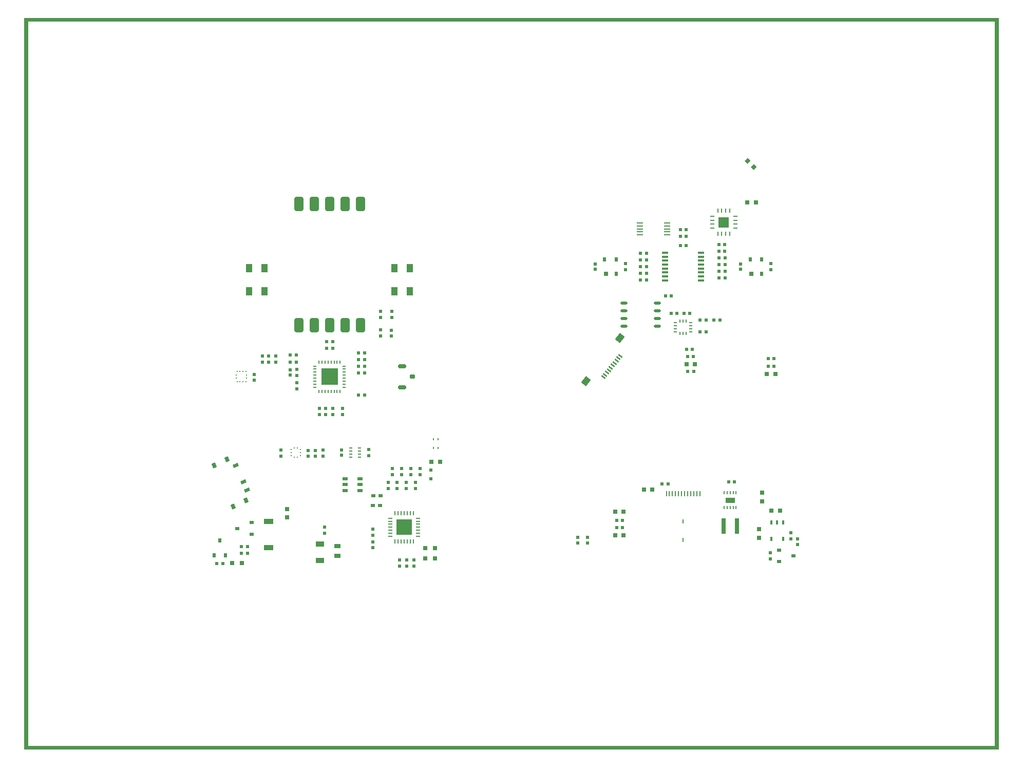
<source format=gbr>
%FSTAX23Y23*%
%MOIN*%
%SFA1B1*%

%IPPOS*%
%AMD48*
4,1,8,-0.026800,0.006300,-0.026800,-0.006300,-0.020500,-0.012600,0.020500,-0.012600,0.026800,-0.006300,0.026800,0.006300,0.020500,0.012600,-0.020500,0.012600,-0.026800,0.006300,0.0*
1,1,0.012592,-0.020500,0.006300*
1,1,0.012592,-0.020500,-0.006300*
1,1,0.012592,0.020500,-0.006300*
1,1,0.012592,0.020500,0.006300*
%
%AMD49*
4,1,8,0.017300,-0.006300,0.017300,0.006300,0.011000,0.012600,-0.011000,0.012600,-0.017300,0.006300,-0.017300,-0.006300,-0.011000,-0.012600,0.011000,-0.012600,0.017300,-0.006300,0.0*
1,1,0.012592,0.011000,-0.006300*
1,1,0.012592,0.011000,0.006300*
1,1,0.012592,-0.011000,0.006300*
1,1,0.012592,-0.011000,-0.006300*
%
%AMD59*
4,1,4,-0.020300,0.002700,-0.011000,-0.017300,0.020300,-0.002700,0.011000,0.017300,-0.020300,0.002700,0.0*
%
%AMD60*
4,1,4,-0.018100,0.008900,-0.004800,-0.019600,0.018100,-0.008900,0.004800,0.019600,-0.018100,0.008900,0.0*
%
%AMD73*
4,1,8,0.015000,0.047200,-0.015000,0.047200,-0.029900,0.032300,-0.029900,-0.032300,-0.015000,-0.047200,0.015000,-0.047200,0.029900,-0.032300,0.029900,0.032300,0.015000,0.047200,0.0*
1,1,0.029920,0.015000,0.032300*
1,1,0.029920,-0.015000,0.032300*
1,1,0.029920,-0.015000,-0.032300*
1,1,0.029920,0.015000,-0.032300*
%
%AMD120*
4,1,4,-0.001100,-0.018900,0.018900,0.001100,0.001100,0.018900,-0.018900,-0.001100,-0.001100,-0.018900,0.0*
%
%AMD121*
4,1,4,0.009400,-0.013500,0.015200,-0.006100,-0.009400,0.013500,-0.015200,0.006100,0.009400,-0.013500,0.0*
%
%AMD122*
4,1,4,-0.000200,-0.033000,0.032100,0.007600,0.000200,0.033000,-0.032100,-0.007600,-0.000200,-0.033000,0.0*
%
%ADD14R,0.023620X0.023620*%
%ADD19R,0.025200X0.025200*%
G04~CAMADD=48~8~0.0~0.0~252.0~535.4~63.0~0.0~15~0.0~0.0~0.0~0.0~0~0.0~0.0~0.0~0.0~0~0.0~0.0~0.0~90.0~536.0~252.0*
%ADD48D48*%
G04~CAMADD=49~8~0.0~0.0~252.0~346.5~63.0~0.0~15~0.0~0.0~0.0~0.0~0~0.0~0.0~0.0~0.0~0~0.0~0.0~0.0~270.0~346.0~251.0*
%ADD49D49*%
%ADD50R,0.018896X0.018896*%
%ADD51R,0.018896X0.031496*%
%ADD52R,0.034648X0.018896*%
%ADD53R,0.008664X0.007872*%
%ADD54R,0.007872X0.008664*%
%ADD55R,0.020160X0.020160*%
%ADD56R,0.025200X0.018896*%
%ADD57R,0.031496X0.018896*%
%ADD58R,0.061416X0.034648*%
G04~CAMADD=59~9~0.0~0.0~220.5~346.5~0.0~0.0~0~0.0~0.0~0.0~0.0~0~0.0~0.0~0.0~0.0~0~0.0~0.0~0.0~115.0~406.0~345.0*
%ADD59D59*%
G04~CAMADD=60~9~0.0~0.0~315.0~252.0~0.0~0.0~0~0.0~0.0~0.0~0.0~0~0.0~0.0~0.0~0.0~0~0.0~0.0~0.0~115.0~362.0~391.0*
%ADD60D60*%
%ADD61R,0.028344X0.025200*%
%ADD62R,0.040944X0.031496*%
%ADD63R,0.053544X0.034648*%
%ADD64R,0.108664X0.108664*%
%ADD65R,0.102360X0.102360*%
%ADD66O,0.007872X0.031496*%
%ADD67O,0.031496X0.007872*%
%ADD68R,0.040000X0.056064*%
%ADD69R,0.025200X0.028344*%
%ADD70R,0.022048X0.023624*%
%ADD71R,0.009448X0.015744*%
%ADD72R,0.018896X0.007872*%
G04~CAMADD=73~8~0.0~0.0~598.4~944.9~149.6~0.0~15~0.0~0.0~0.0~0.0~0~0.0~0.0~0.0~0.0~0~0.0~0.0~0.0~0.0~598.4~944.9*
%ADD73D73*%
%ADD74R,0.007872X0.022048*%
%ADD75R,0.022048X0.007872*%
%ADD76R,0.006296X0.031496*%
%ADD77R,0.009448X0.037792*%
%ADD78R,0.062992X0.034328*%
%ADD79R,0.007872X0.023624*%
%ADD80R,0.031496X0.100784*%
%ADD81R,0.015744X0.031496*%
%ADD83O,0.045672X0.018896*%
%ADD84R,0.021256X0.007872*%
%ADD85R,0.007872X0.021256*%
%ADD86O,0.026776X0.009448*%
%ADD88O,0.009448X0.026776*%
%ADD92O,0.042520X0.009448*%
%ADD118R,0.031496X0.031496*%
%ADD119O,0.044096X0.014176*%
G04~CAMADD=120~9~0.0~0.0~283.4~252.0~0.0~0.0~0~0.0~0.0~0.0~0.0~0~0.0~0.0~0.0~0.0~0~0.0~0.0~0.0~225.0~378.0~377.0*
%ADD120D120*%
G04~CAMADD=121~9~0.0~0.0~94.5~315.0~0.0~0.0~0~0.0~0.0~0.0~0.0~0~0.0~0.0~0.0~0.0~0~0.0~0.0~0.0~231.5~304.0~269.0*
%ADD121D121*%
G04~CAMADD=122~9~0.0~0.0~519.7~409.4~0.0~0.0~0~0.0~0.0~0.0~0.0~0~0.0~0.0~0.0~0.0~0~0.0~0.0~0.0~231.5~642.0~659.0*
%ADD122D122*%
%ADD123R,0.069288X0.069288*%
%LN00400-28669-1yya-1*%
%LPD*%
G54D14*
X0Y0D02*
Y04723D01*
X063*
Y0*
X0*
G54D48*
X02441Y02341D03*
Y02475D03*
G54D49*
X02506Y02408D03*
G54D50*
X01237Y01196D03*
X01276D03*
X01752Y02503D03*
X01713D03*
X01752Y0255D03*
X01713D03*
X01949Y02593D03*
X01989D03*
X01949Y02637D03*
X01989D03*
X02158Y02519D03*
X02197D03*
X02158Y0229D03*
X02197D03*
X01398Y01306D03*
X01437D03*
X01398Y01263D03*
X01437D03*
X02158Y02432D03*
X02197D03*
X02158Y02475D03*
X02197D03*
X02158Y02562D03*
X02197D03*
G54D51*
X01219Y01251D03*
X01294D03*
X01256Y01345D03*
G54D52*
X02166Y01745D03*
Y01708D03*
Y0167D03*
X02071D03*
Y01708D03*
Y01745D03*
G54D50*
X01902Y02204D03*
Y02164D03*
X02375Y02834D03*
Y02794D03*
X01945Y02164D03*
Y02204D03*
X01619Y02542D03*
Y02503D03*
X01756Y0233D03*
Y02369D03*
X01989Y02204D03*
Y02164D03*
X02408Y01723D03*
Y01684D03*
X01937Y01393D03*
Y01432D03*
X01757Y02456D03*
Y02416D03*
X02516Y0118D03*
Y01219D03*
X02469Y0118D03*
Y01219D03*
X02422D03*
Y0118D03*
X02249Y01381D03*
Y0142D03*
Y01337D03*
Y01298D03*
X02052Y02164D03*
Y02204D03*
X01926Y01932D03*
Y01893D03*
X023Y02794D03*
Y02834D03*
Y02712D03*
Y02672D03*
X02225Y01936D03*
Y01896D03*
X01654Y01893D03*
Y01932D03*
X01532Y02542D03*
Y02503D03*
X01575Y02542D03*
Y02503D03*
X02349Y01723D03*
Y01684D03*
X02378Y01812D03*
Y01773D03*
X02437Y01812D03*
Y01773D03*
X02467Y01723D03*
Y01684D03*
X02497Y01812D03*
Y01773D03*
X02526Y01684D03*
Y01723D03*
X02556Y01812D03*
Y01773D03*
G54D53*
X01431Y02399D03*
Y02418D03*
X01365Y02399D03*
Y02418D03*
G54D54*
X01428Y02442D03*
X01369D03*
X01388D03*
X01408D03*
X01428Y02375D03*
X01369D03*
X01388D03*
X01408D03*
G54D55*
X02371Y0271D03*
Y02674D03*
X01481Y02423D03*
Y02386D03*
X01713Y02454D03*
Y02418D03*
X02048Y01898D03*
Y01934D03*
X01831Y01894D03*
Y0193D03*
X01878Y01894D03*
Y0193D03*
G54D56*
X0225Y01572D03*
X02298D03*
X023Y01637D03*
X02252D03*
G54D57*
X01369Y01424D03*
X01463Y01462D03*
Y01387D03*
G54D58*
X01575Y01469D03*
Y013D03*
G54D59*
X01434Y01673D03*
X01409Y01727D03*
X01359Y01834D03*
G54D60*
X01302Y01872D03*
X0122Y01834D03*
X01427Y01605D03*
X01345Y01566D03*
G54D61*
X01693Y01495D03*
Y0155D03*
G54D62*
X0202Y01247D03*
Y0131D03*
G54D63*
X01906Y01324D03*
Y01217D03*
G54D19*
X01336Y01198D03*
X01401D03*
G54D64*
X01969Y02408D03*
G54D65*
X02453Y01432D03*
G54D66*
X02394Y01524D03*
X02414D03*
X02434D03*
X02453D03*
X02473D03*
X02493D03*
X02512D03*
Y0134D03*
X02493D03*
X02473D03*
X02453D03*
X02434D03*
X02414D03*
X02394D03*
G54D67*
X02545Y01491D03*
Y01471D03*
Y01452D03*
Y01432D03*
Y01412D03*
Y01393D03*
Y01373D03*
X02362D03*
Y01393D03*
Y01412D03*
Y01432D03*
Y01452D03*
Y01471D03*
Y01491D03*
G54D68*
X02391Y03113D03*
X02491D03*
Y02963D03*
X02391D03*
X01447Y03113D03*
X01547D03*
Y02963D03*
X01447D03*
G54D69*
X02686Y01857D03*
X0263D03*
G54D70*
X02626Y01803D03*
Y01746D03*
G54D71*
X02674Y02002D03*
Y01947D03*
X02642D03*
Y02002D03*
G54D72*
X02107Y01946D03*
Y01926D03*
Y01906D03*
Y01887D03*
X02162Y01946D03*
Y01926D03*
Y01906D03*
Y01887D03*
G54D53*
X0178Y01897D03*
Y01916D03*
Y01936D03*
X0172Y01897D03*
Y01916D03*
X0172Y01936D03*
G54D54*
X0176Y01886D03*
X0174D03*
Y01946D03*
X0176D03*
G54D73*
X01869Y0353D03*
X01969D03*
X01769D03*
X02069D03*
X02169D03*
X02069Y02743D03*
X01969D03*
X02169D03*
X01869D03*
X01769D03*
G54D74*
X019Y02503D03*
X0192D03*
X01939D03*
X01959D03*
X01979D03*
X01999D03*
X02018D03*
X02038D03*
Y02314D03*
X02018D03*
X01999D03*
X01979D03*
X01959D03*
X01939D03*
X0192D03*
X019D03*
G54D75*
X02063Y02477D03*
Y02458D03*
Y02438D03*
Y02418D03*
Y02399D03*
Y02379D03*
Y02359D03*
Y02339D03*
X01875D03*
Y02359D03*
Y02379D03*
Y02399D03*
Y02418D03*
Y02438D03*
Y02458D03*
Y02477D03*
G54D19*
X02591Y01295D03*
Y0123D03*
X02654Y01295D03*
Y0123D03*
G54D50*
X04166Y01714D03*
X04126D03*
X04496Y03135D03*
X04536D03*
X04028Y0321D03*
X03988D03*
X04504Y02777D03*
X04465D03*
X04414D03*
X04374D03*
X04414Y02698D03*
X04374D03*
X04333Y02442D03*
X04293D03*
X03988Y03166D03*
X04028D03*
X03988Y03123D03*
X04028D03*
X04496Y03048D03*
X04536D03*
X03988Y0308D03*
X04028D03*
X04536Y03178D03*
X04496D03*
X04536Y03092D03*
X04496D03*
X04028Y03037D03*
X03988D03*
G54D51*
X03829Y03076D03*
Y0317D03*
X03754D03*
X04774Y03076D03*
Y0317D03*
X04699D03*
G54D50*
X05008Y01357D03*
Y01318D03*
X04831Y01265D03*
Y01226D03*
X04965Y01397D03*
Y01357D03*
X0389Y03143D03*
Y03103D03*
X04835Y03143D03*
Y03103D03*
X03642Y01328D03*
Y01367D03*
X03579Y01328D03*
Y01367D03*
G54D55*
X03693Y03141D03*
Y03105D03*
X04638Y03141D03*
Y03105D03*
G54D57*
X04886Y01283D03*
Y01208D03*
X04981Y01245D03*
G54D61*
X04776Y016D03*
Y01655D03*
X04756Y01363D03*
Y01418D03*
G54D69*
X04736Y0354D03*
X04681D03*
X04862Y02426D03*
X04807D03*
X04065Y01676D03*
X0401D03*
X04837Y01539D03*
X04892D03*
X03878Y01533D03*
X03823D03*
X03878Y01379D03*
X03823D03*
X04286Y02489D03*
X04341D03*
G54D76*
X04264Y01348D03*
Y0147D03*
G54D77*
X04372Y0165D03*
X04353D03*
X04333D03*
X04313D03*
X04294D03*
X04274D03*
X04254D03*
X04234D03*
X04215D03*
X04195D03*
X04175D03*
X04156D03*
G54D55*
X04855Y02525D03*
X04818D03*
X04498Y03222D03*
X04534D03*
X04498Y03265D03*
X04534D03*
X04282Y03363D03*
X04246D03*
X04282Y0332D03*
X04246D03*
X04151Y02934D03*
X04188D03*
X04853Y02477D03*
X04817D03*
X04223Y0282D03*
X04187D03*
X04306D03*
X04269D03*
X04597Y01726D03*
X04561D03*
X03869Y0143D03*
X03832D03*
X03869Y01477D03*
X03832D03*
X04295Y0254D03*
X04331D03*
X04287Y02587D03*
X04323D03*
X04246Y03261D03*
X04282D03*
G54D83*
X04096Y02737D03*
Y02787D03*
Y02837D03*
Y02887D03*
X03881Y02737D03*
Y02787D03*
Y02837D03*
Y02887D03*
G54D84*
X04314Y0272D03*
Y027D03*
Y02739D03*
Y02759D03*
X04214D03*
Y02739D03*
Y0272D03*
Y027D03*
G54D85*
X04284Y02769D03*
X04264D03*
X04244D03*
Y0269D03*
X04264D03*
X04284D03*
G54D78*
X04569Y01607D03*
G54D79*
X04608Y01655D03*
X04589D03*
X04569D03*
X04549D03*
X0453D03*
X04608Y0156D03*
X04589D03*
X04569D03*
X04549D03*
X0453D03*
G54D80*
X04612Y0144D03*
X04526D03*
G54D81*
X04912Y01357D03*
X04837D03*
Y01464D03*
X04874D03*
X04912D03*
G54D86*
X04452Y03449D03*
Y03423D03*
Y03398D03*
Y03372D03*
X04604D03*
Y03398D03*
Y03423D03*
Y03449D03*
G54D88*
X04489Y03335D03*
X04515D03*
X04541D03*
X04566D03*
Y03486D03*
X04541D03*
X04515D03*
X04489D03*
G54D92*
X03983Y03407D03*
Y03387D03*
Y03367D03*
Y03348D03*
Y03328D03*
X04159Y03407D03*
Y03387D03*
Y03367D03*
Y03348D03*
Y03328D03*
G54D118*
X03762Y03076D03*
X04707D03*
G54D119*
X0438Y03034D03*
Y03059D03*
Y03085D03*
Y0311D03*
Y03136D03*
Y03162D03*
Y03187D03*
Y03213D03*
X04148Y03034D03*
Y03059D03*
Y03085D03*
Y0311D03*
Y03136D03*
Y03162D03*
Y03187D03*
Y03213D03*
G54D120*
X04724Y03769D03*
X04685Y03808D03*
G54D121*
X03746Y02405D03*
X03758Y0242D03*
X0377Y02435D03*
X03783Y02451D03*
X03795Y02466D03*
X03856Y02543D03*
X03844Y02528D03*
X03832Y02512D03*
X0382Y02497D03*
X03807Y02482D03*
G54D122*
X03853Y0266D03*
X03632Y02381D03*
G54D123*
X04528Y03411D03*
M02*
</source>
